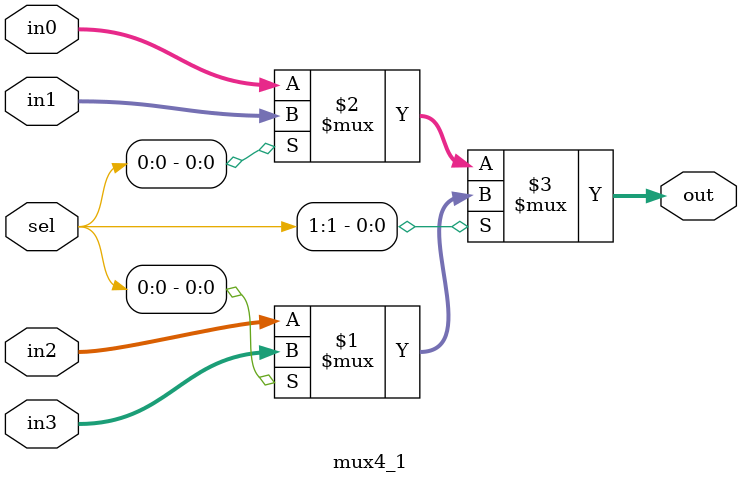
<source format=v>
module mux4_1

	#(parameter DEPTH = 32)
	
	(
		input			[DEPTH-1:0]			in0,
		input			[DEPTH-1:0]			in1,
		input			[DEPTH-1:0]			in2,
		input			[DEPTH-1:0]			in3,
		input			[1:0]					sel,
		output		[DEPTH-1:0]			out
	);
	
	assign out = sel[1] ? (sel[0] ? in3 : in2) : (sel[0] ? in1: in0);

	
endmodule
</source>
